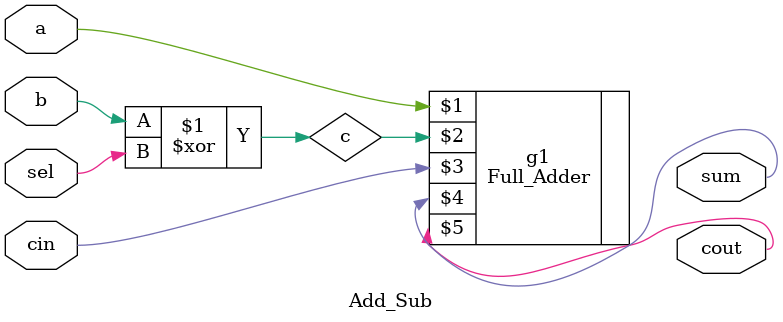
<source format=v>
/*--  *******************************************************
--  Computer Architecture Course, Laboratory Sources 
--  Amirkabir University of Technology (Tehran Polytechnic)
--  Department of Computer Engineering (CE-AUT)
--  https://ce[dot]aut[dot]ac[dot]ir
--  *******************************************************
--  All Rights reserved (C) 2019-2020
--  *******************************************************
--  Student ID  : 9831068
--  Student Name: Farshid Nooshi
--  Student Mail: farshidnooshi726@aut.ac.ir
--  *******************************************************
--  Additional Comments:
--
--*/

/*-----------------------------------------------------------
---  Module Name: Single Bit Adder/Subtractor
---  Description: Lab 07 Part 1
-----------------------------------------------------------*/
`timescale 1 ns/1 ns


module Add_Sub(
		input a ,
		input b ,
		input cin ,
		input sel ,
		output sum ,
		output cout
   );

	wire c;
	assign c = b ^ sel;
	
	Full_Adder g1(a,c,cin,sum,cout);


endmodule

</source>
